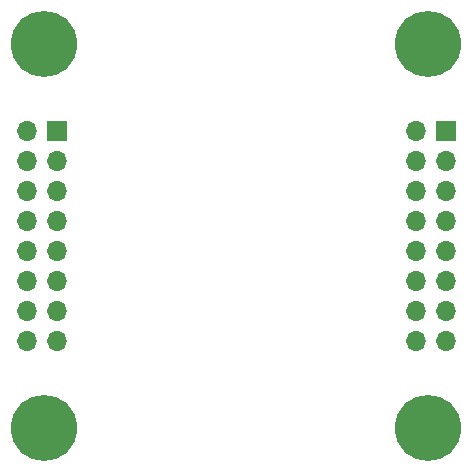
<source format=gbr>
%TF.GenerationSoftware,KiCad,Pcbnew,8.0.7*%
%TF.CreationDate,2024-12-29T21:32:39+01:00*%
%TF.ProjectId,stackflex_feature_air_qual,73746163-6b66-46c6-9578-5f6665617475,1*%
%TF.SameCoordinates,Original*%
%TF.FileFunction,Soldermask,Bot*%
%TF.FilePolarity,Negative*%
%FSLAX46Y46*%
G04 Gerber Fmt 4.6, Leading zero omitted, Abs format (unit mm)*
G04 Created by KiCad (PCBNEW 8.0.7) date 2024-12-29 21:32:39*
%MOMM*%
%LPD*%
G01*
G04 APERTURE LIST*
%ADD10R,1.700000X1.700000*%
%ADD11O,1.700000X1.700000*%
%ADD12C,5.600000*%
G04 APERTURE END LIST*
D10*
%TO.C,J2*%
X17780000Y8890000D03*
D11*
X15240000Y8890000D03*
X17780000Y6350000D03*
X15240000Y6350000D03*
X17780000Y3810000D03*
X15240000Y3810000D03*
X17780000Y1270000D03*
X15240000Y1270000D03*
X17780000Y-1270000D03*
X15240000Y-1270000D03*
X17780000Y-3810000D03*
X15240000Y-3810000D03*
X17780000Y-6350000D03*
X15240000Y-6350000D03*
X17780000Y-8890000D03*
X15240000Y-8890000D03*
%TD*%
D12*
%TO.C,H1*%
X-16256000Y16256000D03*
%TD*%
%TO.C,H2*%
X16256000Y16256000D03*
%TD*%
%TO.C,H3*%
X-16256000Y-16256000D03*
%TD*%
%TO.C,H4*%
X16256000Y-16256000D03*
%TD*%
D10*
%TO.C,J1*%
X-15220000Y8875000D03*
D11*
X-17760000Y8875000D03*
X-15220000Y6335000D03*
X-17760000Y6335000D03*
X-15220000Y3795000D03*
X-17760000Y3795000D03*
X-15220000Y1255000D03*
X-17760000Y1255000D03*
X-15220000Y-1285000D03*
X-17760000Y-1285000D03*
X-15220000Y-3825000D03*
X-17760000Y-3825000D03*
X-15220000Y-6365000D03*
X-17760000Y-6365000D03*
X-15220000Y-8905000D03*
X-17760000Y-8905000D03*
%TD*%
M02*

</source>
